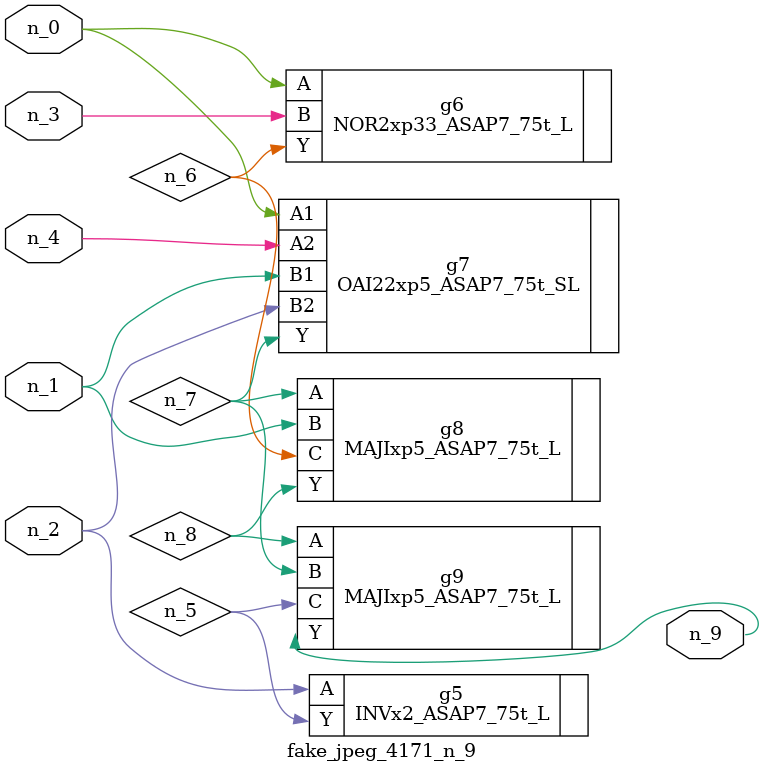
<source format=v>
module fake_jpeg_4171_n_9 (n_3, n_2, n_1, n_0, n_4, n_9);

input n_3;
input n_2;
input n_1;
input n_0;
input n_4;

output n_9;

wire n_8;
wire n_6;
wire n_5;
wire n_7;

INVx2_ASAP7_75t_L g5 ( 
.A(n_2),
.Y(n_5)
);

NOR2xp33_ASAP7_75t_L g6 ( 
.A(n_0),
.B(n_3),
.Y(n_6)
);

OAI22xp5_ASAP7_75t_SL g7 ( 
.A1(n_0),
.A2(n_4),
.B1(n_1),
.B2(n_2),
.Y(n_7)
);

MAJIxp5_ASAP7_75t_L g8 ( 
.A(n_7),
.B(n_1),
.C(n_6),
.Y(n_8)
);

MAJIxp5_ASAP7_75t_L g9 ( 
.A(n_8),
.B(n_7),
.C(n_5),
.Y(n_9)
);


endmodule
</source>
